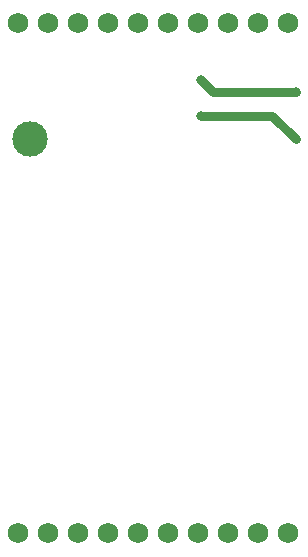
<source format=gbr>
%TF.GenerationSoftware,KiCad,Pcbnew,8.0.8*%
%TF.CreationDate,2025-02-03T20:57:14-05:00*%
%TF.ProjectId,5V Converter Module,35562043-6f6e-4766-9572-746572204d6f,rev?*%
%TF.SameCoordinates,Original*%
%TF.FileFunction,Copper,L2,Bot*%
%TF.FilePolarity,Positive*%
%FSLAX46Y46*%
G04 Gerber Fmt 4.6, Leading zero omitted, Abs format (unit mm)*
G04 Created by KiCad (PCBNEW 8.0.8) date 2025-02-03 20:57:14*
%MOMM*%
%LPD*%
G01*
G04 APERTURE LIST*
%TA.AperFunction,ComponentPad*%
%ADD10C,3.000000*%
%TD*%
%TA.AperFunction,ComponentPad*%
%ADD11C,1.750000*%
%TD*%
%TA.AperFunction,ViaPad*%
%ADD12C,0.800000*%
%TD*%
%TA.AperFunction,Conductor*%
%ADD13C,0.750000*%
%TD*%
G04 APERTURE END LIST*
D10*
%TO.P,+5V,1,1*%
%TO.N,Net-(F1-Pad1_1)*%
X51840000Y-35215850D03*
%TD*%
D11*
%TO.P,J1,1,1*%
%TO.N,Net-(F1-Pad1_1)*%
X50800000Y-25400000D03*
%TO.P,J1,2,2*%
X53340000Y-25400000D03*
%TO.P,J1,3,3*%
X55880000Y-25400000D03*
%TO.P,J1,4,4*%
X58420000Y-25400000D03*
%TO.P,J1,5,5*%
X60960000Y-25400000D03*
%TO.P,J1,6,6*%
X63500000Y-25400000D03*
%TO.P,J1,7,7*%
X66040000Y-25400000D03*
%TO.P,J1,8,8*%
X68580000Y-25400000D03*
%TO.P,J1,9,9*%
%TO.N,/Vs*%
X71120000Y-25400000D03*
%TO.P,J1,10,10*%
%TO.N,/GND*%
X73660000Y-25400000D03*
%TD*%
%TO.P,J1,1,1*%
%TO.N,N/C*%
X50800000Y-68580000D03*
%TO.P,J1,2,2*%
X53340000Y-68580000D03*
%TO.P,J1,3,3*%
X55880000Y-68580000D03*
%TO.P,J1,4,4*%
X58420000Y-68580000D03*
%TO.P,J1,5,5*%
X60960000Y-68580000D03*
%TO.P,J1,6,6*%
X63500000Y-68580000D03*
%TO.P,J1,7,7*%
X66040000Y-68580000D03*
%TO.P,J1,8,8*%
X68580000Y-68580000D03*
%TO.P,J1,9,9*%
X71120000Y-68580000D03*
%TO.P,J1,10,10*%
X73660000Y-68580000D03*
%TD*%
D12*
%TO.N,/Vs*%
X74340000Y-31215850D03*
X66340000Y-30215850D03*
%TO.N,Net-(U1-VO)*%
X66340000Y-33215850D03*
X74340000Y-35215850D03*
%TD*%
D13*
%TO.N,/Vs*%
X74340000Y-31215850D02*
X67340000Y-31215850D01*
X67340000Y-31215850D02*
X66340000Y-30215850D01*
%TO.N,Net-(U1-VO)*%
X72340000Y-33215850D02*
X66340000Y-33215850D01*
X74340000Y-35215850D02*
X72340000Y-33215850D01*
%TD*%
M02*

</source>
